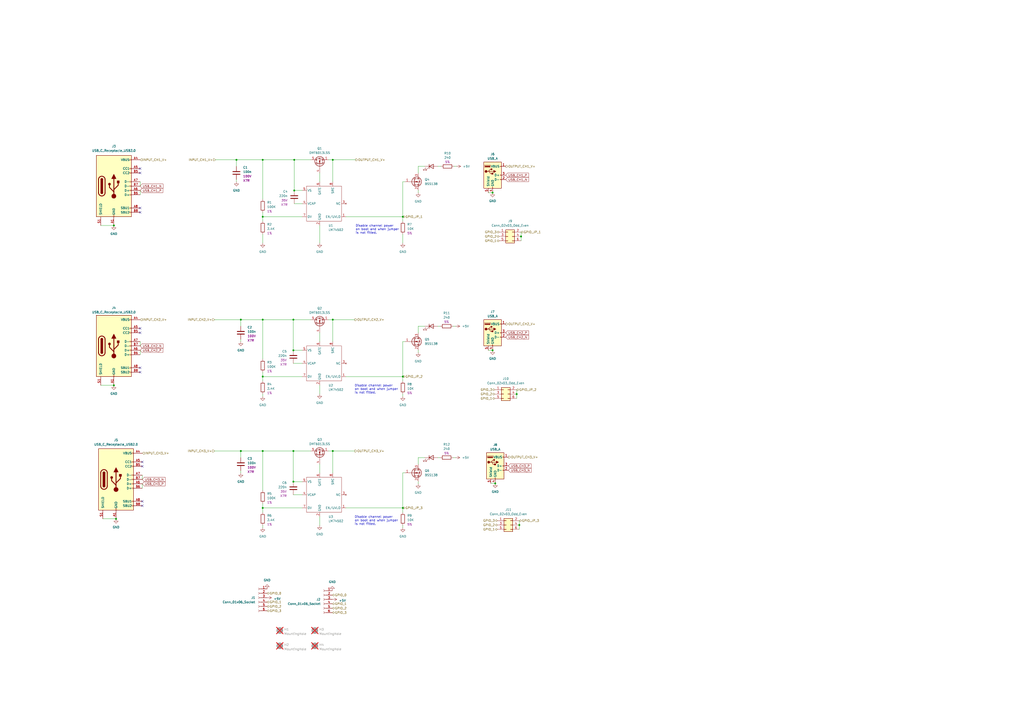
<source format=kicad_sch>
(kicad_sch (version 20250114) (generator "eeschema") (generator_version "9.0")
  (paper "A2")
  (lib_symbols
    (symbol "usb2-extension:+5V" (power) (pin_names (offset 0))
      (property "Value" "+5V" (at 0 3.556 0))
      (symbol "+5V_0_1"
        (polyline (pts (xy -0.762 1.27) (xy 0 2.54)))
        (polyline (pts (xy 0 2.54) (xy 0.762 1.27)))
        (polyline (pts (xy 0 0) (xy 0 2.54)))
      )
      (symbol "+5V_1_1"
        (pin power_in line (at 0 0 90) (length 0) (hide yes) (name "+5V") (number "1"))
      )
    )
    (symbol "usb2-extension:BSS138" (pin_names (hide yes))
      (property "Reference" "Q" (at 5.08 1.905 0))
      (property "Value" "BSS138" (at 5.08 0 0))
      (symbol "BSS138_0_1"
        (polyline (pts (xy 0.254 1.905) (xy 0.254 -1.905)) (stroke (width 0.254)))
        (polyline (pts (xy 0.254 0) (xy -2.54 0)))
        (polyline (pts (xy 0.762 2.286) (xy 0.762 1.27)) (stroke (width 0.254)))
        (polyline (pts (xy 0.762 0.508) (xy 0.762 -0.508)) (stroke (width 0.254)))
        (polyline (pts (xy 0.762 -1.27) (xy 0.762 -2.286)) (stroke (width 0.254)))
        (polyline (pts (xy 0.762 -1.778) (xy 3.302 -1.778) (xy 3.302 1.778) (xy 0.762 1.778)))
        (polyline (pts (xy 1.016 0) (xy 2.032 0.381) (xy 2.032 -0.381) (xy 1.016 0)) (fill (type outline)))
        (circle (center 1.651 0) (radius 2.794) (stroke (width 0.254)))
        (polyline (pts (xy 2.54 2.54) (xy 2.54 1.778)))
        (circle (center 2.54 1.778) (radius 0.254) (fill (type outline)))
        (circle (center 2.54 -1.778) (radius 0.254) (fill (type outline)))
        (polyline (pts (xy 2.54 -2.54) (xy 2.54 0) (xy 0.762 0)))
        (polyline (pts (xy 2.794 0.508) (xy 2.921 0.381) (xy 3.683 0.381) (xy 3.81 0.254)))
        (polyline (pts (xy 3.302 0.381) (xy 2.921 -0.254) (xy 3.683 -0.254) (xy 3.302 0.381)))
      )
      (symbol "BSS138_1_1"
        (pin input line (at -5.08 0 0) (length 2.54) (name "G") (number "1"))
        (pin passive line (at 2.54 5.08 270) (length 2.54) (name "D") (number "3"))
        (pin passive line (at 2.54 -5.08 90) (length 2.54) (name "S") (number "2"))
      )
    )
    (symbol "usb2-extension:BUK7M27-80EX_1" (pin_names (hide yes))
      (property "Reference" "Q1" (at 10.16 0 90))
      (property "Value" "BUK7M27-80EX" (at 7.62 0 90))
      (symbol "BUK7M27-80EX_1_0_1"
        (polyline (pts (xy 0.254 1.905) (xy 0.254 -1.905)) (stroke (width 0.254)))
        (polyline (pts (xy 0.254 0) (xy -2.54 0)))
        (polyline (pts (xy 0.762 2.286) (xy 0.762 1.27)) (stroke (width 0.254)))
        (polyline (pts (xy 0.762 0.508) (xy 0.762 -0.508)) (stroke (width 0.254)))
        (polyline (pts (xy 0.762 -1.27) (xy 0.762 -2.286)) (stroke (width 0.254)))
        (polyline (pts (xy 0.762 -1.778) (xy 3.302 -1.778) (xy 3.302 1.778) (xy 0.762 1.778)))
        (polyline (pts (xy 1.016 0) (xy 2.032 0.381) (xy 2.032 -0.381) (xy 1.016 0)) (fill (type outline)))
        (circle (center 1.651 0) (radius 2.794) (stroke (width 0.254)))
        (polyline (pts (xy 2.54 2.54) (xy 2.54 1.778)))
        (circle (center 2.54 1.778) (radius 0.254) (fill (type outline)))
        (circle (center 2.54 -1.778) (radius 0.254) (fill (type outline)))
        (polyline (pts (xy 2.54 -2.54) (xy 2.54 0) (xy 0.762 0)))
        (polyline (pts (xy 2.794 0.508) (xy 2.921 0.381) (xy 3.683 0.381) (xy 3.81 0.254)))
        (polyline (pts (xy 3.302 0.381) (xy 2.921 -0.254) (xy 3.683 -0.254) (xy 3.302 0.381)))
      )
      (symbol "BUK7M27-80EX_1_1_1"
        (pin passive line (at -5.08 0 0) (length 2.54) (name "G") (number "4"))
        (pin passive line (at 2.54 5.08 270) (length 2.54) (name "D") (number "5"))
        (pin passive line (at 2.54 5.08 270) (length 2.54) (hide yes) (name "6") (number "6"))
        (pin passive line (at 2.54 5.08 270) (length 2.54) (hide yes) (name "7") (number "7"))
        (pin passive line (at 2.54 5.08 270) (length 2.54) (hide yes) (name "8") (number "8"))
        (pin passive line (at 2.54 -5.08 90) (length 2.54) (name "S") (number "1"))
        (pin passive line (at 2.54 -5.08 90) (length 2.54) (hide yes) (name "S") (number "2"))
        (pin passive line (at 2.54 -5.08 90) (length 2.54) (hide yes) (name "S") (number "3"))
      )
    )
    (symbol "usb2-extension:C" (pin_numbers (hide yes)) (pin_names (offset 0.254))
      (property "Reference" "C" (at 0.635 2.54 0))
      (property "Value" "C" (at 0.635 -2.54 0))
      (symbol "C_0_1"
        (polyline (pts (xy -2.032 0.762) (xy 2.032 0.762)) (stroke (width 0.508)))
        (polyline (pts (xy -2.032 -0.762) (xy 2.032 -0.762)) (stroke (width 0.508)))
      )
      (symbol "C_1_1"
        (pin passive line (at 0 3.81 270) (length 2.794) (name "~") (number "1"))
        (pin passive line (at 0 -3.81 90) (length 2.794) (name "~") (number "2"))
      )
    )
    (symbol "usb2-extension:Conn_01x06_Socket" (pin_names (offset 1.016) (hide yes))
      (property "Reference" "J" (at 0 7.62 0))
      (property "Value" "Conn_01x06_Socket" (at 0 -10.16 0))
      (symbol "Conn_01x06_Socket_1_1"
        (polyline (pts (xy -1.27 5.08) (xy -0.508 5.08)) (stroke (width 0.1524)))
        (polyline (pts (xy -1.27 2.54) (xy -0.508 2.54)) (stroke (width 0.1524)))
        (polyline (pts (xy -1.27 0) (xy -0.508 0)) (stroke (width 0.1524)))
        (polyline (pts (xy -1.27 -2.54) (xy -0.508 -2.54)) (stroke (width 0.1524)))
        (polyline (pts (xy -1.27 -5.08) (xy -0.508 -5.08)) (stroke (width 0.1524)))
        (polyline (pts (xy -1.27 -7.62) (xy -0.508 -7.62)) (stroke (width 0.1524)))
        (arc (start 0 4.572) (mid -0.5058 5.08) (end 0 5.588) (stroke (width 0.1524)))
        (arc (start 0 2.032) (mid -0.5058 2.54) (end 0 3.048) (stroke (width 0.1524)))
        (arc (start 0 -0.508) (mid -0.5058 0) (end 0 0.508) (stroke (width 0.1524)))
        (arc (start 0 -3.048) (mid -0.5058 -2.54) (end 0 -2.032) (stroke (width 0.1524)))
        (arc (start 0 -5.588) (mid -0.5058 -5.08) (end 0 -4.572) (stroke (width 0.1524)))
        (arc (start 0 -8.128) (mid -0.5058 -7.62) (end 0 -7.112) (stroke (width 0.1524)))
        (pin passive line (at -5.08 5.08 0) (length 3.81) (name "Pin_1") (number "1"))
        (pin passive line (at -5.08 2.54 0) (length 3.81) (name "Pin_2") (number "2"))
        (pin passive line (at -5.08 0 0) (length 3.81) (name "Pin_3") (number "3"))
        (pin passive line (at -5.08 -2.54 0) (length 3.81) (name "Pin_4") (number "4"))
        (pin passive line (at -5.08 -5.08 0) (length 3.81) (name "Pin_5") (number "5"))
        (pin passive line (at -5.08 -7.62 0) (length 3.81) (name "Pin_6") (number "6"))
      )
    )
    (symbol "usb2-extension:Conn_02x03_Odd_Even" (pin_names (offset 1.016) (hide yes))
      (property "Reference" "J" (at 1.27 5.08 0))
      (property "Value" "Conn_02x03_Odd_Even" (at 1.27 -5.08 0))
      (symbol "Conn_02x03_Odd_Even_1_1"
        (rectangle (start -1.27 3.81) (end 3.81 -3.81) (stroke (width 0.254)) (fill (type background)))
        (rectangle (start -1.27 2.667) (end 0 2.413) (stroke (width 0.1524)))
        (rectangle (start -1.27 0.127) (end 0 -0.127) (stroke (width 0.1524)))
        (rectangle (start -1.27 -2.413) (end 0 -2.667) (stroke (width 0.1524)))
        (rectangle (start 3.81 2.667) (end 2.54 2.413) (stroke (width 0.1524)))
        (rectangle (start 3.81 0.127) (end 2.54 -0.127) (stroke (width 0.1524)))
        (rectangle (start 3.81 -2.413) (end 2.54 -2.667) (stroke (width 0.1524)))
        (pin passive line (at -5.08 2.54 0) (length 3.81) (name "Pin_1") (number "1"))
        (pin passive line (at -5.08 0 0) (length 3.81) (name "Pin_3") (number "3"))
        (pin passive line (at -5.08 -2.54 0) (length 3.81) (name "Pin_5") (number "5"))
        (pin passive line (at 7.62 2.54 180) (length 3.81) (name "Pin_2") (number "2"))
        (pin passive line (at 7.62 0 180) (length 3.81) (name "Pin_4") (number "4"))
        (pin passive line (at 7.62 -2.54 180) (length 3.81) (name "Pin_6") (number "6"))
      )
    )
    (symbol "usb2-extension:GND" (power) (pin_names (offset 0))
      (property "Value" "GND" (at 0 -3.81 0))
      (symbol "GND_0_1"
        (polyline (pts (xy 0 0) (xy 0 -1.27) (xy 1.27 -1.27) (xy 0 -2.54) (xy -1.27 -1.27) (xy 0 -1.27)))
      )
      (symbol "GND_1_1"
        (pin power_in line (at 0 0 270) (length 0) (hide yes) (name "GND") (number "1"))
      )
    )
    (symbol "usb2-extension:LED" (pin_numbers (hide yes)) (pin_names (offset 1.016) (hide yes))
      (property "Reference" "D" (at 0 2.54 0))
      (property "Value" "LED" (at 0 -2.54 0))
      (symbol "LED_0_1"
        (polyline (pts (xy -3.048 -0.762) (xy -4.572 -2.286) (xy -3.81 -2.286) (xy -4.572 -2.286) (xy -4.572 -1.524)))
        (polyline (pts (xy -1.778 -0.762) (xy -3.302 -2.286) (xy -2.54 -2.286) (xy -3.302 -2.286) (xy -3.302 -1.524)))
        (polyline (pts (xy -1.27 0) (xy 1.27 0)))
        (polyline (pts (xy -1.27 -1.27) (xy -1.27 1.27)) (stroke (width 0.254)))
        (polyline (pts (xy 1.27 -1.27) (xy 1.27 1.27) (xy -1.27 0) (xy 1.27 -1.27)) (stroke (width 0.254)))
      )
      (symbol "LED_1_1"
        (pin passive line (at -3.81 0 0) (length 2.54) (name "K") (number "1"))
        (pin passive line (at 3.81 0 180) (length 2.54) (name "A") (number "2"))
      )
    )
    (symbol "usb2-extension:LM74502"
      (property "Reference" "U" (at 1.27 -12.7 0))
      (property "Value" "LM74502" (at 5.08 -15.24 0))
      (symbol "LM74502_0_1"
        (rectangle (start -10.16 10.16) (end 10.16 -10.16))
      )
      (symbol "LM74502_1_1"
        (pin passive line (at -12.7 7.62 0) (length 2.54) (name "VS") (number "5"))
        (pin passive line (at -12.7 0 0) (length 2.54) (name "VCAP") (number "4"))
        (pin passive line (at -12.7 -7.62 0) (length 2.54) (name "OV") (number "7"))
        (pin passive line (at -2.54 12.7 270) (length 2.54) (name "GATE") (number "6"))
        (pin power_in line (at -2.54 -12.7 90) (length 2.54) (name "GND") (number "2"))
        (pin passive line (at 5.08 12.7 270) (length 2.54) (name "SRC") (number "8"))
        (pin no_connect line (at 12.7 0 180) (length 2.54) (name "NC") (number "3"))
        (pin input line (at 12.7 -7.62 180) (length 2.54) (name "EN/UVLO") (number "1"))
      )
    )
    (symbol "usb2-extension:MountingHole" (pin_names (offset 1.016))
      (property "Reference" "H" (at 0 5.08 0))
      (property "Value" "MountingHole" (at 0 3.175 0))
      (symbol "MountingHole_0_1"
        (circle (center 0 0) (radius 1.27) (stroke (width 1.27)))
      )
    )
    (symbol "usb2-extension:R" (pin_numbers (hide yes)) (pin_names (offset 0))
      (property "Reference" "R" (at 2.032 0 90))
      (property "Value" "R" (at 0 0 90))
      (symbol "R_0_1"
        (rectangle (start -1.016 -2.54) (end 1.016 2.54) (stroke (width 0.254)))
      )
      (symbol "R_1_1"
        (pin passive line (at 0 3.81 270) (length 1.27) (name "~") (number "1"))
        (pin passive line (at 0 -3.81 90) (length 1.27) (name "~") (number "2"))
      )
    )
    (symbol "usb2-extension:USB_A" (pin_names (offset 1.016))
      (property "Reference" "J" (at -5.08 11.43 0))
      (property "Value" "USB_A" (at -5.08 8.89 0))
      (symbol "USB_A_0_1"
        (rectangle (start -5.08 -7.62) (end 5.08 7.62) (stroke (width 0.254)) (fill (type background)))
        (circle (center -3.81 2.159) (radius 0.635) (stroke (width 0.254)) (fill (type outline)))
        (polyline (pts (xy -3.175 2.159) (xy -2.54 2.159) (xy -1.27 3.429) (xy -0.635 3.429)) (stroke (width 0.254)))
        (polyline (pts (xy -2.54 2.159) (xy -1.905 2.159) (xy -1.27 0.889) (xy 0 0.889)) (stroke (width 0.254)))
        (rectangle (start -1.524 4.826) (end -4.318 5.334) (fill (type outline)))
        (rectangle (start -1.27 4.572) (end -4.572 5.842))
        (circle (center -0.635 3.429) (radius 0.381) (stroke (width 0.254)) (fill (type outline)))
        (rectangle (start -0.127 -7.62) (end 0.127 -6.858))
        (rectangle (start 0.254 1.27) (end -0.508 0.508) (stroke (width 0.254)) (fill (type outline)))
        (polyline (pts (xy 0.635 2.794) (xy 0.635 1.524) (xy 1.905 2.159) (xy 0.635 2.794)) (stroke (width 0.254)) (fill (type outline)))
        (rectangle (start 5.08 4.953) (end 4.318 5.207))
        (rectangle (start 5.08 -0.127) (end 4.318 0.127))
        (rectangle (start 5.08 -2.667) (end 4.318 -2.413))
      )
      (symbol "USB_A_1_1"
        (polyline (pts (xy -1.905 2.159) (xy 0.635 2.159)) (stroke (width 0.254)))
        (pin passive line (at -2.54 -10.16 90) (length 2.54) (name "Shield") (number "5"))
        (pin power_in line (at 0 -10.16 90) (length 2.54) (name "GND") (number "4"))
        (pin power_in line (at 7.62 5.08 180) (length 2.54) (name "VBUS") (number "1"))
        (pin bidirectional line (at 7.62 0 180) (length 2.54) (name "D+") (number "3"))
        (pin bidirectional line (at 7.62 -2.54 180) (length 2.54) (name "D-") (number "2"))
      )
    )
    (symbol "usb2-extension:USB_C_Receptacle_USB2.0" (pin_names (offset 1.016))
      (property "Reference" "J" (at -10.16 19.05 0))
      (property "Value" "USB_C_Receptacle_USB2.0" (at 19.05 19.05 0))
      (symbol "USB_C_Receptacle_USB2.0_0_0"
        (rectangle (start -0.254 -17.78) (end 0.254 -16.764))
        (rectangle (start 10.16 15.494) (end 9.144 14.986))
        (rectangle (start 10.16 10.414) (end 9.144 9.906))
        (rectangle (start 10.16 7.874) (end 9.144 7.366))
        (rectangle (start 10.16 2.794) (end 9.144 2.286))
        (rectangle (start 10.16 0.254) (end 9.144 -0.254))
        (rectangle (start 10.16 -2.286) (end 9.144 -2.794))
        (rectangle (start 10.16 -4.826) (end 9.144 -5.334))
        (rectangle (start 10.16 -12.446) (end 9.144 -12.954))
        (rectangle (start 10.16 -14.986) (end 9.144 -15.494))
      )
      (symbol "USB_C_Receptacle_USB2.0_0_1"
        (rectangle (start -10.16 17.78) (end 10.16 -17.78) (stroke (width 0.254)) (fill (type background)))
        (polyline (pts (xy -8.89 -3.81) (xy -8.89 3.81)) (stroke (width 0.508)))
        (rectangle (start -7.62 -3.81) (end -6.35 3.81) (stroke (width 0.254)) (fill (type outline)))
        (arc (start -7.62 3.81) (mid -6.985 4.4423) (end -6.35 3.81) (stroke (width 0.254)))
        (arc (start -7.62 3.81) (mid -6.985 4.4423) (end -6.35 3.81) (stroke (width 0.254)) (fill (type outline)))
        (arc (start -8.89 3.81) (mid -6.985 5.7067) (end -5.08 3.81) (stroke (width 0.508)))
        (arc (start -5.08 -3.81) (mid -6.985 -5.7067) (end -8.89 -3.81) (stroke (width 0.508)))
        (arc (start -6.35 -3.81) (mid -6.985 -4.4423) (end -7.62 -3.81) (stroke (width 0.254)))
        (arc (start -6.35 -3.81) (mid -6.985 -4.4423) (end -7.62 -3.81) (stroke (width 0.254)) (fill (type outline)))
        (polyline (pts (xy -5.08 3.81) (xy -5.08 -3.81)) (stroke (width 0.508)))
        (circle (center -2.54 1.143) (radius 0.635) (stroke (width 0.254)) (fill (type outline)))
        (polyline (pts (xy -1.27 4.318) (xy 0 6.858) (xy 1.27 4.318) (xy -1.27 4.318)) (stroke (width 0.254)) (fill (type outline)))
        (polyline (pts (xy 0 -2.032) (xy 2.54 0.508) (xy 2.54 1.778)) (stroke (width 0.508)))
        (polyline (pts (xy 0 -3.302) (xy -2.54 -0.762) (xy -2.54 0.508)) (stroke (width 0.508)))
        (polyline (pts (xy 0 -5.842) (xy 0 4.318)) (stroke (width 0.508)))
        (circle (center 0 -5.842) (radius 1.27) (fill (type outline)))
        (rectangle (start 1.905 1.778) (end 3.175 3.048) (stroke (width 0.254)) (fill (type outline)))
      )
      (symbol "USB_C_Receptacle_USB2.0_1_1"
        (pin passive line (at -7.62 -22.86 90) (length 5.08) (name "SHIELD") (number "S1"))
        (pin passive line (at 0 -22.86 90) (length 5.08) (name "GND") (number "A1"))
        (pin passive line (at 0 -22.86 90) (length 5.08) (hide yes) (name "GND") (number "A12"))
        (pin passive line (at 0 -22.86 90) (length 5.08) (hide yes) (name "GND") (number "B1"))
        (pin passive line (at 0 -22.86 90) (length 5.08) (hide yes) (name "GND") (number "B12"))
        (pin passive line (at 15.24 15.24 180) (length 5.08) (name "VBUS") (number "A4"))
        (pin passive line (at 15.24 15.24 180) (length 5.08) (hide yes) (name "VBUS") (number "A9"))
        (pin passive line (at 15.24 15.24 180) (length 5.08) (hide yes) (name "VBUS") (number "B4"))
        (pin passive line (at 15.24 15.24 180) (length 5.08) (hide yes) (name "VBUS") (number "B9"))
        (pin bidirectional line (at 15.24 10.16 180) (length 5.08) (name "CC1") (number "A5"))
        (pin bidirectional line (at 15.24 7.62 180) (length 5.08) (name "CC2") (number "B5"))
        (pin bidirectional line (at 15.24 2.54 180) (length 5.08) (name "D-") (number "A7"))
        (pin bidirectional line (at 15.24 0 180) (length 5.08) (name "D-") (number "B7"))
        (pin bidirectional line (at 15.24 -2.54 180) (length 5.08) (name "D+") (number "A6"))
        (pin bidirectional line (at 15.24 -5.08 180) (length 5.08) (name "D+") (number "B6"))
        (pin bidirectional line (at 15.24 -12.7 180) (length 5.08) (name "SBU1") (number "A8"))
        (pin bidirectional line (at 15.24 -15.24 180) (length 5.08) (name "SBU2") (number "B8"))
      )
    )
  )
  (text "Disable channel power\non boot and when jumper\nis not fitted." (at 206.248 135.89 0) (effects (font (size 1.27 1.27)) (justify left bottom)))
  (text "Disable channel power\non boot and when jumper\nis not fitted." (at 205.74 304.8 0) (effects (font (size 1.27 1.27)) (justify left bottom)))
  (text "Disable channel power\non boot and when jumper\nis not fitted." (at 205.74 228.6 0) (effects (font (size 1.27 1.27)) (justify left bottom)))
  (junction (at 152.4 294.64))
  (junction (at 299.72 228.6))
  (junction (at 170.18 185.42))
  (junction (at 193.04 261.62))
  (junction (at 170.18 261.62))
  (junction (at 152.4 185.42))
  (junction (at 66.04 130.81))
  (junction (at 285.75 203.2))
  (junction (at 285.75 111.76))
  (junction (at 170.688 110.49))
  (junction (at 233.68 218.44))
  (junction (at 152.4 218.44))
  (junction (at 137.16 92.71))
  (junction (at 152.4 261.62))
  (junction (at 152.4 125.73))
  (junction (at 233.68 294.64))
  (junction (at 66.04 223.52))
  (junction (at 139.7 261.62))
  (junction (at 170.18 203.2))
  (junction (at 233.68 125.73))
  (junction (at 193.04 92.71))
  (junction (at 287.274 280.416))
  (junction (at 193.04 185.42))
  (junction (at 302.26 137.16))
  (junction (at 67.31 300.99))
  (junction (at 152.4 92.71))
  (junction (at 139.7 185.42))
  (junction (at 170.18 279.4))
  (junction (at 170.688 92.71))
  (junction (at 301.244 304.546))
  (no_connect (at 81.28 215.9))
  (no_connect (at 81.28 190.5))
  (no_connect (at 81.28 193.04))
  (no_connect (at 82.55 293.37))
  (no_connect (at 81.28 213.36))
  (no_connect (at 81.28 120.65))
  (no_connect (at 82.55 267.97))
  (no_connect (at 82.55 270.51))
  (no_connect (at 81.28 97.79))
  (no_connect (at 82.55 290.83))
  (no_connect (at 81.28 100.33))
  (no_connect (at 81.28 123.19))
  (wire (pts (xy 152.4 140.97) (xy 152.4 135.89)))
  (wire (pts (xy 200.66 218.44) (xy 233.68 218.44)))
  (wire (pts (xy 152.4 218.44) (xy 175.26 218.44)))
  (wire (pts (xy 242.57 110.49) (xy 242.57 111.76)))
  (wire (pts (xy 200.66 125.73) (xy 233.68 125.73)))
  (wire (pts (xy 124.46 185.42) (xy 139.7 185.42)))
  (wire (pts (xy 152.4 125.73) (xy 175.26 125.73)))
  (wire (pts (xy 233.68 274.32) (xy 233.68 294.64)))
  (wire (pts (xy 301.244 302.006) (xy 301.244 304.546)))
  (wire (pts (xy 233.68 220.98) (xy 233.68 218.44)))
  (wire (pts (xy 254 189.23) (xy 255.27 189.23)))
  (wire (pts (xy 234.95 105.41) (xy 233.68 105.41)))
  (wire (pts (xy 139.7 261.62) (xy 152.4 261.62)))
  (wire (pts (xy 234.95 274.32) (xy 233.68 274.32)))
  (wire (pts (xy 233.68 198.12) (xy 233.68 218.44)))
  (wire (pts (xy 262.89 265.43) (xy 264.16 265.43)))
  (wire (pts (xy 170.18 279.4) (xy 175.26 279.4)))
  (wire (pts (xy 193.04 92.71) (xy 193.04 105.41)))
  (wire (pts (xy 81.28 110.49) (xy 81.28 113.03)))
  (wire (pts (xy 301.244 304.546) (xy 301.244 307.086)))
  (wire (pts (xy 193.04 185.42) (xy 205.74 185.42)))
  (wire (pts (xy 124.46 261.62) (xy 139.7 261.62)))
  (wire (pts (xy 82.55 275.59) (xy 82.55 278.13)))
  (wire (pts (xy 137.16 92.71) (xy 137.16 96.52)))
  (wire (pts (xy 152.4 261.62) (xy 170.18 261.62)))
  (wire (pts (xy 152.4 294.64) (xy 152.4 297.18)))
  (wire (pts (xy 242.57 96.52) (xy 246.38 96.52)))
  (wire (pts (xy 58.42 223.52) (xy 66.04 223.52)))
  (wire (pts (xy 152.4 218.44) (xy 152.4 220.98)))
  (wire (pts (xy 242.57 203.2) (xy 242.57 204.47)))
  (wire (pts (xy 81.28 105.41) (xy 81.28 107.95)))
  (wire (pts (xy 170.18 185.42) (xy 170.18 203.2)))
  (wire (pts (xy 233.68 304.8) (xy 233.68 306.07)))
  (wire (pts (xy 124.968 92.71) (xy 137.16 92.71)))
  (wire (pts (xy 185.42 299.72) (xy 185.42 304.8)))
  (wire (pts (xy 190.5 92.71) (xy 193.04 92.71)))
  (wire (pts (xy 233.68 140.97) (xy 233.68 135.89)))
  (wire (pts (xy 170.18 261.62) (xy 170.18 279.4)))
  (wire (pts (xy 283.21 203.2) (xy 285.75 203.2)))
  (wire (pts (xy 284.734 280.416) (xy 287.274 280.416)))
  (wire (pts (xy 58.42 130.81) (xy 66.04 130.81)))
  (wire (pts (xy 152.4 294.64) (xy 175.26 294.64)))
  (wire (pts (xy 185.42 100.33) (xy 185.42 105.41)))
  (wire (pts (xy 193.04 261.62) (xy 205.74 261.62)))
  (wire (pts (xy 185.42 223.52) (xy 185.42 228.6)))
  (wire (pts (xy 152.4 185.42) (xy 152.4 208.28)))
  (wire (pts (xy 193.04 261.62) (xy 193.04 274.32)))
  (wire (pts (xy 152.4 228.6) (xy 152.4 229.87)))
  (wire (pts (xy 152.4 261.62) (xy 152.4 284.48)))
  (wire (pts (xy 170.18 261.62) (xy 180.34 261.62)))
  (wire (pts (xy 242.57 279.4) (xy 242.57 280.67)))
  (wire (pts (xy 193.04 185.42) (xy 193.04 198.12)))
  (wire (pts (xy 233.68 228.6) (xy 233.68 229.87)))
  (wire (pts (xy 81.28 198.12) (xy 81.28 200.66)))
  (wire (pts (xy 299.72 228.6) (xy 299.72 231.14)))
  (wire (pts (xy 234.95 198.12) (xy 233.68 198.12)))
  (wire (pts (xy 170.688 92.71) (xy 170.688 110.49)))
  (wire (pts (xy 81.28 203.2) (xy 81.28 205.74)))
  (wire (pts (xy 170.18 203.2) (xy 175.26 203.2)))
  (wire (pts (xy 170.18 210.82) (xy 175.26 210.82)))
  (wire (pts (xy 152.4 185.42) (xy 170.18 185.42)))
  (wire (pts (xy 170.688 110.49) (xy 175.26 110.49)))
  (wire (pts (xy 254 265.43) (xy 255.27 265.43)))
  (wire (pts (xy 299.72 226.06) (xy 299.72 228.6)))
  (wire (pts (xy 137.16 92.71) (xy 152.4 92.71)))
  (wire (pts (xy 152.4 123.19) (xy 152.4 125.73)))
  (wire (pts (xy 185.42 269.24) (xy 185.42 274.32)))
  (wire (pts (xy 185.42 130.81) (xy 185.42 140.97)))
  (wire (pts (xy 263.398 96.52) (xy 264.668 96.52)))
  (wire (pts (xy 190.5 185.42) (xy 193.04 185.42)))
  (wire (pts (xy 170.688 118.11) (xy 175.26 118.11)))
  (wire (pts (xy 170.688 92.71) (xy 180.34 92.71)))
  (wire (pts (xy 139.7 273.05) (xy 139.7 274.32)))
  (wire (pts (xy 302.26 134.62) (xy 302.26 137.16)))
  (wire (pts (xy 190.5 261.62) (xy 193.04 261.62)))
  (wire (pts (xy 233.68 105.41) (xy 233.68 125.73)))
  (wire (pts (xy 152.4 92.71) (xy 152.4 115.57)))
  (wire (pts (xy 152.4 125.73) (xy 152.4 128.27)))
  (wire (pts (xy 242.57 193.04) (xy 242.57 189.23)))
  (wire (pts (xy 185.42 193.04) (xy 185.42 198.12)))
  (wire (pts (xy 242.57 189.23) (xy 246.38 189.23)))
  (wire (pts (xy 233.68 128.27) (xy 233.68 125.73)))
  (wire (pts (xy 200.66 294.64) (xy 233.68 294.64)))
  (wire (pts (xy 152.4 92.71) (xy 170.688 92.71)))
  (wire (pts (xy 139.7 185.42) (xy 139.7 189.23)))
  (wire (pts (xy 152.4 292.1) (xy 152.4 294.64)))
  (wire (pts (xy 233.68 297.18) (xy 233.68 294.64)))
  (wire (pts (xy 137.16 104.14) (xy 137.16 105.41)))
  (wire (pts (xy 262.89 189.23) (xy 264.16 189.23)))
  (wire (pts (xy 242.57 100.33) (xy 242.57 96.52)))
  (wire (pts (xy 82.55 280.67) (xy 82.55 283.21)))
  (wire (pts (xy 139.7 261.62) (xy 139.7 265.43)))
  (wire (pts (xy 242.57 265.43) (xy 246.38 265.43)))
  (wire (pts (xy 152.4 304.8) (xy 152.4 306.07)))
  (wire (pts (xy 302.26 137.16) (xy 302.26 139.7)))
  (wire (pts (xy 139.7 196.85) (xy 139.7 198.12)))
  (wire (pts (xy 193.04 92.71) (xy 206.248 92.71)))
  (wire (pts (xy 170.18 185.42) (xy 180.34 185.42)))
  (wire (pts (xy 283.21 111.76) (xy 285.75 111.76)))
  (wire (pts (xy 59.69 300.99) (xy 67.31 300.99)))
  (wire (pts (xy 242.57 269.24) (xy 242.57 265.43)))
  (wire (pts (xy 254 96.52) (xy 255.778 96.52)))
  (wire (pts (xy 152.4 215.9) (xy 152.4 218.44)))
  (wire (pts (xy 139.7 185.42) (xy 152.4 185.42)))
  (wire (pts (xy 170.18 287.02) (xy 175.26 287.02)))
  (global_label "USB_CH3_N" (shape input) (at 294.894 272.796 0) (property "Intersheetrefs" "${INTERSHEET_REFS}" (effects (hide yes))))
  (global_label "USB_CH1_N" (shape input) (at 293.37 104.14 0) (property "Intersheetrefs" "${INTERSHEET_REFS}" (effects (hide yes))))
  (global_label "USB_CH1_P" (shape input) (at 293.37 101.6 0) (property "Intersheetrefs" "${INTERSHEET_REFS}" (effects (hide yes))))
  (global_label "USB_CH1_N" (shape input) (at 81.28 107.95 0) (property "Intersheetrefs" "${INTERSHEET_REFS}" (effects (hide yes))))
  (global_label "USB_CH3_P" (shape input) (at 294.894 270.256 0) (property "Intersheetrefs" "${INTERSHEET_REFS}" (effects (hide yes))))
  (global_label "USB_CH2_P" (shape input) (at 293.37 193.04 0) (property "Intersheetrefs" "${INTERSHEET_REFS}" (effects (hide yes))))
  (global_label "USB_CH2_P" (shape input) (at 81.28 203.2 0) (property "Intersheetrefs" "${INTERSHEET_REFS}" (effects (hide yes))))
  (global_label "USB_CH3_N" (shape input) (at 82.55 278.13 0) (property "Intersheetrefs" "${INTERSHEET_REFS}" (effects (hide yes))))
  (global_label "USB_CH2_N" (shape input) (at 81.28 200.66 0) (property "Intersheetrefs" "${INTERSHEET_REFS}" (effects (hide yes))))
  (global_label "USB_CH1_P" (shape input) (at 81.28 110.49 0) (property "Intersheetrefs" "${INTERSHEET_REFS}" (effects (hide yes))))
  (global_label "USB_CH2_N" (shape input) (at 293.37 195.58 0) (property "Intersheetrefs" "${INTERSHEET_REFS}" (effects (hide yes))))
  (global_label "USB_CH3_P" (shape input) (at 82.55 280.67 0) (property "Intersheetrefs" "${INTERSHEET_REFS}" (effects (hide yes))))
  (hierarchical_label "OUTPUT_CH1_V+" (shape output) (at 206.248 92.71 0))
  (hierarchical_label "GPIO_1" (shape bidirectional) (at 192.786 350.266 0))
  (hierarchical_label "INPUT_CH1_V+" (shape input) (at 124.968 92.71 180))
  (hierarchical_label "GPIO_2" (shape bidirectional) (at 192.786 352.806 0))
  (hierarchical_label "GPIO_1" (shape bidirectional) (at 288.544 307.086 180))
  (hierarchical_label "GPIO_0" (shape bidirectional) (at 192.786 345.186 0))
  (hierarchical_label "GPIO_1" (shape bidirectional) (at 154.94 349.25 0))
  (hierarchical_label "GPIO_2" (shape bidirectional) (at 289.56 137.16 180))
  (hierarchical_label "INPUT_CH2_V+" (shape input) (at 124.46 185.42 180))
  (hierarchical_label "GPIO_2" (shape bidirectional) (at 288.544 304.546 180))
  (hierarchical_label "GPIO_3" (shape bidirectional) (at 289.56 134.62 180))
  (hierarchical_label "OUTPUT_CH3_V+" (shape output) (at 205.74 261.62 0))
  (hierarchical_label "GPIO_JP_1" (shape bidirectional) (at 233.68 125.73 0))
  (hierarchical_label "OUTPUT_CH1_V+" (shape output) (at 293.37 96.52 0))
  (hierarchical_label "GPIO_JP_3" (shape bidirectional) (at 301.244 302.006 0))
  (hierarchical_label "INPUT_CH1_V+" (shape input) (at 81.28 92.71 0))
  (hierarchical_label "OUTPUT_CH2_V+" (shape output) (at 205.74 185.42 0))
  (hierarchical_label "OUTPUT_CH2_V+" (shape output) (at 293.37 187.96 0))
  (hierarchical_label "INPUT_CH3_V+" (shape input) (at 124.46 261.62 180))
  (hierarchical_label "GPIO_3" (shape bidirectional) (at 154.94 354.33 0))
  (hierarchical_label "GPIO_0" (shape bidirectional) (at 154.94 344.17 0))
  (hierarchical_label "GPIO_JP_2" (shape bidirectional) (at 233.68 218.44 0))
  (hierarchical_label "OUTPUT_CH3_V+" (shape output) (at 294.894 265.176 0))
  (hierarchical_label "GPIO_JP_2" (shape bidirectional) (at 299.72 226.06 0))
  (hierarchical_label "GPIO_1" (shape bidirectional) (at 289.56 139.7 180))
  (hierarchical_label "GPIO_JP_1" (shape bidirectional) (at 302.26 134.62 0))
  (hierarchical_label "GPIO_1" (shape bidirectional) (at 287.02 231.14 180))
  (hierarchical_label "GPIO_3" (shape bidirectional) (at 287.02 226.06 180))
  (hierarchical_label "GPIO_2" (shape bidirectional) (at 287.02 228.6 180))
  (hierarchical_label "GPIO_2" (shape bidirectional) (at 154.94 351.79 0))
  (hierarchical_label "GPIO_JP_3" (shape bidirectional) (at 233.68 294.64 0))
  (hierarchical_label "GPIO_3" (shape bidirectional) (at 192.786 355.346 0))
  (hierarchical_label "INPUT_CH3_V+" (shape input) (at 82.55 262.89 0))
  (hierarchical_label "GPIO_3" (shape bidirectional) (at 288.544 302.006 180))
  (hierarchical_label "INPUT_CH2_V+" (shape input) (at 81.28 185.42 0))
  (symbol (lib_id "usb2-extension:GND") (at 233.68 306.07 0) (unit 1)
    (property "Reference" "#PWR017" (effects (hide yes)))
    (property "Value" "GND" (at 233.68 311.15 0))
  )
  (symbol (lib_id "usb2-extension:BSS138") (at 240.03 274.32 0) (unit 1)
    (property "Reference" "Q6" (at 246.38 273.0499 0) (effects (justify left)))
    (property "Value" "BSS138" (at 246.38 275.5899 0) (effects (justify left)))
    (property "Footprint" "usb2-extension:SOT-23" (effects (hide yes)))
    (property "Datasheet" "https://www.onsemi.com/pub/Collateral/BSS138-D.PDF" (effects (hide yes)))
    (property "PartNumber" "BSS138P,215" (effects (hide yes)))
    (property "AISLER_MPN" "BSS138P,215" (effects (hide yes)))
  )
  (symbol (lib_id "usb2-extension:GND") (at 154.94 341.63 180) (unit 1)
    (property "Reference" "#PWR01" (effects (hide yes)))
    (property "Value" "GND" (at 154.94 336.55 0))
  )
  (symbol (lib_id "usb2-extension:LED") (at 250.19 265.43 0) (unit 1)
    (property "Reference" "D3" (effects (hide yes)))
    (property "Value" "POWER_SWITCH" (effects (hide yes)))
    (property "Footprint" "usb2-extension:LED_0805_2012Metric" (effects (hide yes)))
    (property "PartNumber" "150080SS75000" (effects (hide yes)))
    (property "AISLER_MPN" "150080SS75000" (effects (hide yes)))
  )
  (symbol (lib_id "usb2-extension:Conn_01x06_Socket") (at 187.706 347.726 0) (mirror y) (unit 1)
    (property "Reference" "J2" (at 185.928 347.726 0) (effects (justify left)))
    (property "Value" "Conn_01x06_Socket" (at 185.928 350.266 0) (effects (justify left)))
    (property "Footprint" "usb2-extension:PinSocket_1x06_P2.54mm_Vertical_SMD_Pin1Right" (effects (hide yes)))
  )
  (symbol (lib_id "usb2-extension:LM74502") (at 187.96 118.11 0) (unit 1)
    (property "Reference" "U1" (at 190.5 130.81 0) (effects (justify left)))
    (property "Value" "LM74502" (at 190.5 133.35 0) (effects (justify left)))
    (property "Footprint" "usb2-extension:SOT-23-8" (effects (hide yes)))
    (property "PartNumber" "LM74502DDFR" (effects (hide yes)))
    (property "AISLER_MPN" "LM74502DDFR" (effects (hide yes)))
  )
  (symbol (lib_id "usb2-extension:R") (at 152.4 212.09 0) (unit 1)
    (property "Reference" "R3" (at 154.94 210.185 0) (effects (justify left)))
    (property "Value" "100K" (at 154.94 212.725 0) (effects (justify left)))
    (property "Footprint" "usb2-extension:R_0805_2012Metric" (effects (hide yes)))
    (property "PartNumber" "RMCF0805FT100K" (effects (hide yes)))
    (property "Value2" "1%" (at 154.94 215.265 0) (effects (justify left)))
    (property "AISLER_MPN" "100K 1% 0805" (effects (hide yes)))
  )
  (symbol (lib_id "usb2-extension:GND") (at 185.42 140.97 0) (unit 1)
    (property "Reference" "#PWR011" (effects (hide yes)))
    (property "Value" "GND" (at 185.42 146.05 0))
  )
  (symbol (lib_id "usb2-extension:BUK7M27-80EX_1") (at 185.42 187.96 90) (unit 1)
    (property "Reference" "Q2" (at 185.42 178.816 90))
    (property "Value" "DMT6013LSS" (at 185.42 181.356 90))
    (property "Footprint" "usb2-extension:SO-8_3.9x4.9mm_P1.27mm" (effects (hide yes)))
    (property "Datasheet" "https://www.mouser.bg/datasheet/2/115/diodes_inc_diod-s-a0007740297-1-1749125.pdf" (effects (hide yes)))
    (property "PartNumber" "DMT6013LSS" (effects (hide yes)))
    (property "AISLER_MPN" "DMT6013LSS" (effects (hide yes)))
    (property "URL" "https://www.mouser.bg/ProductDetail/Diodes-Incorporated/DMT6013LSS-13?qs=gZXFycFWdANFoYJxw%252BbZCA%3D%3D" (effects (hide yes)))
    (property "REPLACEMENT" "https://www.mouser.bg/ProductDetail/Vishay-Siliconix/Si4190BDY-T1-GE3?qs=9vOqFld9vZUcw9iA22peIA%3D%3D" (effects (hide yes)))
    (property "REPL-val" "Si4190BDY-T1-GE3" (effects (hide yes)))
  )
  (symbol (lib_id "usb2-extension:R") (at 233.68 132.08 0) (unit 1)
    (property "Reference" "R7" (at 236.22 130.175 0) (effects (justify left)))
    (property "Value" "10K" (at 236.22 132.715 0) (effects (justify left)))
    (property "Footprint" "usb2-extension:R_0603_1608Metric" (effects (hide yes)))
    (property "PartNumber" "RNCP0603FTD10K0" (effects (hide yes)))
    (property "Value2" "5%" (at 236.22 135.255 0) (effects (justify left)))
    (property "AISLER_MPN" "10K 1% 0603" (effects (hide yes)))
  )
  (symbol (lib_id "usb2-extension:+5V") (at 264.16 189.23 270) (unit 1)
    (property "Reference" "#PWR022" (effects (hide yes)))
    (property "Value" "+5V" (at 267.97 189.2299 90) (effects (justify left)))
  )
  (symbol (lib_id "usb2-extension:GND") (at 242.57 204.47 0) (unit 1)
    (property "Reference" "#PWR019" (effects (hide yes)))
    (property "Value" "GND" (at 242.57 209.55 0))
  )
  (symbol (lib_id "usb2-extension:Conn_01x06_Socket") (at 149.86 346.71 0) (mirror y) (unit 1)
    (property "Reference" "J1" (at 148.082 346.71 0) (effects (justify left)))
    (property "Value" "Conn_01x06_Socket" (at 148.082 349.25 0) (effects (justify left)))
    (property "Footprint" "usb2-extension:PinHeader_1x06_P2.54mm_Vertical_SMD_Pin1Right" (effects (hide yes)))
  )
  (symbol (lib_id "usb2-extension:R") (at 233.68 300.99 0) (unit 1)
    (property "Reference" "R9" (at 236.22 299.085 0) (effects (justify left)))
    (property "Value" "10K" (at 236.22 301.625 0) (effects (justify left)))
    (property "Footprint" "usb2-extension:R_0603_1608Metric" (effects (hide yes)))
    (property "PartNumber" "RNCP0603FTD10K0" (effects (hide yes)))
    (property "Value2" "5%" (at 236.22 304.165 0) (effects (justify left)))
    (property "AISLER_MPN" "10K 1% 0603" (effects (hide yes)))
  )
  (symbol (lib_id "usb2-extension:R") (at 259.08 265.43 90) (unit 1)
    (property "Reference" "R12" (at 259.08 257.81 90))
    (property "Value" "240" (at 259.08 260.35 90))
    (property "Footprint" "usb2-extension:R_1206_3216Metric" (effects (hide yes)))
    (property "PartNumber" "RC1206JR-07240RL" (effects (hide yes)))
    (property "Value2" "5%" (at 259.08 262.89 90))
    (property "AISLER_MPN" "240 5% 1206" (effects (hide yes)))
  )
  (symbol (lib_id "usb2-extension:+5V") (at 154.94 346.71 270) (unit 1)
    (property "Reference" "#PWR02" (effects (hide yes)))
    (property "Value" "+5V" (at 158.75 347.345 90) (effects (justify left)))
  )
  (symbol (lib_id "usb2-extension:+5V") (at 264.16 265.43 270) (unit 1)
    (property "Reference" "#PWR023" (effects (hide yes)))
    (property "Value" "+5V" (at 267.97 265.4299 90) (effects (justify left)))
  )
  (symbol (lib_id "usb2-extension:R") (at 152.4 288.29 0) (unit 1)
    (property "Reference" "R5" (at 154.94 286.385 0) (effects (justify left)))
    (property "Value" "100K" (at 154.94 288.925 0) (effects (justify left)))
    (property "Footprint" "usb2-extension:R_0805_2012Metric" (effects (hide yes)))
    (property "PartNumber" "RMCF0805FT100K" (effects (hide yes)))
    (property "Value2" "1%" (at 154.94 291.465 0) (effects (justify left)))
    (property "AISLER_MPN" "100K 1% 0805" (effects (hide yes)))
  )
  (symbol (lib_id "usb2-extension:C") (at 170.688 114.3 0) (unit 1)
    (property "Reference" "C4" (at 166.878 111.125 0) (effects (justify right)))
    (property "Value" "220n" (at 166.878 113.665 0) (effects (justify right)))
    (property "Footprint" "usb2-extension:C_0805_2012Metric" (effects (hide yes)))
    (property "PartNumber" "CL21B224KBFNNNE" (effects (hide yes)))
    (property "Value2" "35V" (at 166.878 116.205 0) (effects (justify right)))
    (property "Value3" "X7R" (at 166.878 118.745 0) (effects (justify right)))
    (property "AISLER_MPN" "220n 35V X7R 0805" (effects (hide yes)))
  )
  (symbol (lib_id "usb2-extension:USB_A") (at 285.75 193.04 0) (unit 1)
    (property "Reference" "J7" (at 285.75 180.848 0))
    (property "Value" "USB_A" (at 285.75 183.388 0))
    (property "Footprint" "usb2-extension:USB_A_Wuerth_614004134726_Horizontal" (effects (hide yes)))
    (property "Datasheet" " ~" (effects (hide yes)))
  )
  (symbol (lib_id "usb2-extension:GND") (at 185.42 228.6 0) (unit 1)
    (property "Reference" "#PWR012" (effects (hide yes)))
    (property "Value" "GND" (at 185.42 233.68 0))
  )
  (symbol (lib_id "usb2-extension:GND") (at 152.4 306.07 0) (unit 1)
    (property "Reference" "#PWR010" (effects (hide yes)))
    (property "Value" "GND" (at 152.4 311.15 0))
  )
  (symbol (lib_id "usb2-extension:BSS138") (at 240.03 105.41 0) (unit 1)
    (property "Reference" "Q4" (at 246.38 104.1399 0) (effects (justify left)))
    (property "Value" "BSS138" (at 246.38 106.6799 0) (effects (justify left)))
    (property "Footprint" "usb2-extension:SOT-23" (effects (hide yes)))
    (property "Datasheet" "https://www.onsemi.com/pub/Collateral/BSS138-D.PDF" (effects (hide yes)))
    (property "PartNumber" "BSS138P,215" (effects (hide yes)))
    (property "AISLER_MPN" "BSS138P,215" (effects (hide yes)))
  )
  (symbol (lib_id "usb2-extension:C") (at 139.7 269.24 0) (unit 1)
    (property "Reference" "C3" (at 143.51 266.065 0) (effects (justify left)))
    (property "Value" "100n" (at 143.51 268.605 0) (effects (justify left)))
    (property "Footprint" "usb2-extension:C_0805_2012Metric" (effects (hide yes)))
    (property "PartNumber" "CL21B104KCFNNNE" (effects (hide yes)))
    (property "Value2" "100V" (at 143.51 271.145 0) (effects (justify left)))
    (property "Value3" "X7R" (at 143.51 273.685 0) (effects (justify left)))
    (property "AISLER_MPN" "100n 100V X7R 0805" (effects (hide yes)))
  )
  (symbol (lib_id "usb2-extension:GND") (at 66.04 223.52 0) (unit 1)
    (property "Reference" "#PWR025" (effects (hide yes)))
    (property "Value" "GND" (at 66.04 228.346 0))
  )
  (symbol (lib_id "usb2-extension:+5V") (at 192.786 347.726 270) (unit 1)
    (property "Reference" "#PWR04" (effects (hide yes)))
    (property "Value" "+5V" (at 196.596 348.361 90) (effects (justify left)))
  )
  (symbol (lib_id "usb2-extension:GND") (at 242.57 111.76 0) (unit 1)
    (property "Reference" "#PWR018" (effects (hide yes)))
    (property "Value" "GND" (at 242.57 116.84 0))
  )
  (symbol (lib_id "usb2-extension:USB_C_Receptacle_USB2.0") (at 66.04 200.66 0) (unit 1)
    (property "Reference" "J4" (at 66.04 178.562 0))
    (property "Value" "USB_C_Receptacle_USB2.0" (at 66.04 181.102 0))
    (property "Footprint" "usb2-extension:USB_C_Receptacle_GCT_USB4085" (effects (hide yes)))
    (property "Datasheet" "https://www.usb.org/sites/default/files/documents/usb_type-c.zip" (effects (hide yes)))
  )
  (symbol (lib_id "usb2-extension:C") (at 139.7 193.04 0) (unit 1)
    (property "Reference" "C2" (at 143.51 189.865 0) (effects (justify left)))
    (property "Value" "100n" (at 143.51 192.405 0) (effects (justify left)))
    (property "Footprint" "usb2-extension:C_0805_2012Metric" (effects (hide yes)))
    (property "PartNumber" "CL21B104KCFNNNE" (effects (hide yes)))
    (property "Value2" "100V" (at 143.51 194.945 0) (effects (justify left)))
    (property "Value3" "X7R" (at 143.51 197.485 0) (effects (justify left)))
    (property "AISLER_MPN" "100n 100V X7R 0805" (effects (hide yes)))
  )
  (symbol (lib_id "usb2-extension:GND") (at 152.4 140.97 0) (unit 1)
    (property "Reference" "#PWR8" (effects (hide yes)))
    (property "Value" "GND" (at 152.4 146.05 0))
  )
  (symbol (lib_id "usb2-extension:R") (at 152.4 132.08 0) (unit 1)
    (property "Reference" "R2" (at 154.94 130.175 0) (effects (justify left)))
    (property "Value" "2.4K" (at 154.94 132.715 0) (effects (justify left)))
    (property "Footprint" "usb2-extension:R_0805_2012Metric" (effects (hide yes)))
    (property "PartNumber" "RC0805FR-072K4L" (effects (hide yes)))
    (property "Value2" "1%" (at 154.94 135.255 0) (effects (justify left)))
    (property "AISLER_MPN" "2.4K 1% 0805" (effects (hide yes)))
  )
  (symbol (lib_id "usb2-extension:C") (at 170.18 207.01 0) (unit 1)
    (property "Reference" "C5" (at 166.37 203.835 0) (effects (justify right)))
    (property "Value" "220n" (at 166.37 206.375 0) (effects (justify right)))
    (property "Footprint" "usb2-extension:C_0805_2012Metric" (effects (hide yes)))
    (property "PartNumber" "CL21B224KBFNNNE" (effects (hide yes)))
    (property "Value2" "35V" (at 166.37 208.915 0) (effects (justify right)))
    (property "Value3" "X7R" (at 166.37 211.455 0) (effects (justify right)))
    (property "AISLER_MPN" "220n 35V X7R 0805" (effects (hide yes)))
  )
  (symbol (lib_id "usb2-extension:C") (at 170.18 283.21 0) (unit 1)
    (property "Reference" "C6" (at 166.37 280.035 0) (effects (justify right)))
    (property "Value" "220n" (at 166.37 282.575 0) (effects (justify right)))
    (property "Footprint" "usb2-extension:C_0805_2012Metric" (effects (hide yes)))
    (property "PartNumber" "CL21B224KBFNNNE" (effects (hide yes)))
    (property "Value2" "35V" (at 166.37 285.115 0) (effects (justify right)))
    (property "Value3" "X7R" (at 166.37 287.655 0) (effects (justify right)))
    (property "AISLER_MPN" "220n 35V X7R 0805" (effects (hide yes)))
  )
  (symbol (lib_id "usb2-extension:R") (at 152.4 300.99 0) (unit 1)
    (property "Reference" "R6" (at 154.94 299.085 0) (effects (justify left)))
    (property "Value" "2.4K" (at 154.94 301.625 0) (effects (justify left)))
    (property "Footprint" "usb2-extension:R_0805_2012Metric" (effects (hide yes)))
    (property "PartNumber" "RC0805FR-072K4L" (effects (hide yes)))
    (property "Value2" "1%" (at 154.94 304.165 0) (effects (justify left)))
    (property "AISLER_MPN" "2.4K 1% 0805" (effects (hide yes)))
  )
  (symbol (lib_id "usb2-extension:R") (at 259.08 189.23 90) (unit 1)
    (property "Reference" "R11" (at 259.08 181.61 90))
    (property "Value" "240" (at 259.08 184.15 90))
    (property "Footprint" "usb2-extension:R_1206_3216Metric" (effects (hide yes)))
    (property "PartNumber" "RC1206JR-07240RL" (effects (hide yes)))
    (property "Value2" "5%" (at 259.08 186.69 90))
    (property "AISLER_MPN" "240 5% 1206" (effects (hide yes)))
  )
  (symbol (lib_id "usb2-extension:R") (at 259.588 96.52 90) (unit 1)
    (property "Reference" "R10" (at 259.588 88.9 90))
    (property "Value" "240" (at 259.588 91.44 90))
    (property "Footprint" "usb2-extension:R_1206_3216Metric" (effects (hide yes)))
    (property "PartNumber" "RC1206JR-07240RL" (effects (hide yes)))
    (property "Value2" "5%" (at 259.588 93.98 90))
    (property "AISLER_MPN" "240 5% 1206" (effects (hide yes)))
  )
  (symbol (lib_id "usb2-extension:LM74502") (at 187.96 210.82 0) (unit 1)
    (property "Reference" "U2" (at 190.5 223.52 0) (effects (justify left)))
    (property "Value" "LM74502" (at 190.5 226.06 0) (effects (justify left)))
    (property "Footprint" "usb2-extension:SOT-23-8" (effects (hide yes)))
    (property "PartNumber" "LM74502DDFR" (effects (hide yes)))
    (property "AISLER_MPN" "LM74502DDFR" (effects (hide yes)))
  )
  (symbol (lib_id "usb2-extension:MountingHole") (at 162.306 365.76 0) (unit 1) (in_bom no) (dnp yes)
    (property "Reference" "H1" (at 164.846 365.125 0) (effects (justify left)))
    (property "Value" "MountingHole" (at 164.846 367.665 0) (effects (justify left)))
    (property "Footprint" "usb2-extension:MountingHole_2.7mm" (effects (hide yes)))
  )
  (symbol (lib_id "usb2-extension:+5V") (at 264.668 96.52 270) (unit 1)
    (property "Reference" "#PWR021" (effects (hide yes)))
    (property "Value" "+5V" (at 268.478 96.5199 90) (effects (justify left)))
  )
  (symbol (lib_id "usb2-extension:Conn_02x03_Odd_Even") (at 292.1 228.6 0) (unit 1)
    (property "Reference" "J10" (at 293.37 219.71 0))
    (property "Value" "Conn_02x03_Odd_Even" (at 293.37 222.25 0))
    (property "Footprint" "usb2-extension:PinHeader_2x03_P2.54mm_Vertical" (effects (hide yes)))
    (property "Description" "Generic connector, double row, 02x03, odd/even pin numbering scheme (row 1 odd numbers, row 2 even numbers), script generated (kicad-library-utils/schlib/autogen/connector/)" (effects (hide yes)))
  )
  (symbol (lib_id "usb2-extension:GND") (at 285.75 203.2 0) (unit 1)
    (property "Reference" "#PWR026" (effects (hide yes)))
    (property "Value" "GND" (at 285.75 208.026 0))
  )
  (symbol (lib_id "usb2-extension:GND") (at 233.68 229.87 0) (unit 1)
    (property "Reference" "#PWR016" (effects (hide yes)))
    (property "Value" "GND" (at 233.68 234.95 0))
  )
  (symbol (lib_id "usb2-extension:R") (at 233.68 224.79 0) (unit 1)
    (property "Reference" "R8" (at 236.22 222.885 0) (effects (justify left)))
    (property "Value" "10K" (at 236.22 225.425 0) (effects (justify left)))
    (property "Footprint" "usb2-extension:R_0603_1608Metric" (effects (hide yes)))
    (property "PartNumber" "RNCP0603FTD10K0" (effects (hide yes)))
    (property "Value2" "5%" (at 236.22 227.965 0) (effects (justify left)))
    (property "AISLER_MPN" "10K 1% 0603" (effects (hide yes)))
  )
  (symbol (lib_id "usb2-extension:MountingHole") (at 162.306 374.65 0) (unit 1) (in_bom no) (dnp yes)
    (property "Reference" "H2" (at 164.846 374.015 0) (effects (justify left)))
    (property "Value" "MountingHole" (at 164.846 376.555 0) (effects (justify left)))
    (property "Footprint" "usb2-extension:MountingHole_2.7mm" (effects (hide yes)))
  )
  (symbol (lib_id "usb2-extension:BUK7M27-80EX_1") (at 185.42 264.16 90) (unit 1)
    (property "Reference" "Q3" (at 185.42 255.016 90))
    (property "Value" "DMT6013LSS" (at 185.42 257.556 90))
    (property "Footprint" "usb2-extension:SO-8_3.9x4.9mm_P1.27mm" (effects (hide yes)))
    (property "Datasheet" "https://www.mouser.bg/datasheet/2/115/diodes_inc_diod-s-a0007740297-1-1749125.pdf" (effects (hide yes)))
    (property "PartNumber" "DMT6013LSS" (effects (hide yes)))
    (property "AISLER_MPN" "DMT6013LSS" (effects (hide yes)))
    (property "URL" "https://www.mouser.bg/ProductDetail/Diodes-Incorporated/DMT6013LSS-13?qs=gZXFycFWdANFoYJxw%252BbZCA%3D%3D" (effects (hide yes)))
    (property "REPLACEMENT" "https://www.mouser.bg/ProductDetail/Vishay-Siliconix/Si4190BDY-T1-GE3?qs=9vOqFld9vZUcw9iA22peIA%3D%3D" (effects (hide yes)))
    (property "REPL-val" "Si4190BDY-T1-GE3" (effects (hide yes)))
  )
  (symbol (lib_id "usb2-extension:MountingHole") (at 182.626 365.76 0) (unit 1) (in_bom no) (dnp yes)
    (property "Reference" "H3" (at 185.166 365.125 0) (effects (justify left)))
    (property "Value" "MountingHole" (at 185.166 367.665 0) (effects (justify left)))
    (property "Footprint" "usb2-extension:MountingHole_2.7mm" (effects (hide yes)))
  )
  (symbol (lib_id "usb2-extension:LED") (at 250.19 189.23 0) (unit 1)
    (property "Reference" "D2" (effects (hide yes)))
    (property "Value" "POWER_SWITCH" (effects (hide yes)))
    (property "Footprint" "usb2-extension:LED_0805_2012Metric" (effects (hide yes)))
    (property "PartNumber" "150080SS75000" (effects (hide yes)))
    (property "AISLER_MPN" "150080SS75000" (effects (hide yes)))
  )
  (symbol (lib_id "usb2-extension:GND") (at 66.04 130.81 0) (unit 1)
    (property "Reference" "#PWR024" (effects (hide yes)))
    (property "Value" "GND" (at 66.04 135.636 0))
  )
  (symbol (lib_id "usb2-extension:GND") (at 137.16 105.41 0) (unit 1)
    (property "Reference" "#PWR05" (effects (hide yes)))
    (property "Value" "GND" (at 137.16 110.49 0))
  )
  (symbol (lib_id "usb2-extension:GND") (at 67.31 300.99 0) (unit 1)
    (property "Reference" "#PWR027" (effects (hide yes)))
    (property "Value" "GND" (at 67.31 305.816 0))
  )
  (symbol (lib_id "usb2-extension:GND") (at 287.274 280.416 0) (unit 1)
    (property "Reference" "#PWR028" (effects (hide yes)))
    (property "Value" "GND" (at 287.274 285.242 0))
  )
  (symbol (lib_id "usb2-extension:Conn_02x03_Odd_Even") (at 294.64 137.16 0) (unit 1)
    (property "Reference" "J9" (at 295.91 128.27 0))
    (property "Value" "Conn_02x03_Odd_Even" (at 295.91 130.81 0))
    (property "Footprint" "usb2-extension:PinHeader_2x03_P2.54mm_Vertical" (effects (hide yes)))
    (property "Description" "Generic connector, double row, 02x03, odd/even pin numbering scheme (row 1 odd numbers, row 2 even numbers), script generated (kicad-library-utils/schlib/autogen/connector/)" (effects (hide yes)))
  )
  (symbol (lib_id "usb2-extension:LED") (at 250.19 96.52 0) (unit 1)
    (property "Reference" "D1" (effects (hide yes)))
    (property "Value" "POWER_SWITCH" (effects (hide yes)))
    (property "Footprint" "usb2-extension:LED_0805_2012Metric" (effects (hide yes)))
    (property "PartNumber" "150080SS75000" (effects (hide yes)))
    (property "AISLER_MPN" "150080SS75000" (effects (hide yes)))
  )
  (symbol (lib_id "usb2-extension:USB_A") (at 285.75 101.6 0) (unit 1)
    (property "Reference" "J6" (at 285.75 89.408 0))
    (property "Value" "USB_A" (at 285.75 91.948 0))
    (property "Footprint" "usb2-extension:USB_A_Wuerth_614004134726_Horizontal" (effects (hide yes)))
    (property "Datasheet" " ~" (effects (hide yes)))
  )
  (symbol (lib_id "usb2-extension:GND") (at 285.75 111.76 0) (unit 1)
    (property "Reference" "#PWR014" (effects (hide yes)))
    (property "Value" "GND" (at 285.75 116.586 0))
  )
  (symbol (lib_id "usb2-extension:R") (at 152.4 224.79 0) (unit 1)
    (property "Reference" "R4" (at 154.94 222.885 0) (effects (justify left)))
    (property "Value" "2.4K" (at 154.94 225.425 0) (effects (justify left)))
    (property "Footprint" "usb2-extension:R_0805_2012Metric" (effects (hide yes)))
    (property "PartNumber" "RC0805FR-072K4L" (effects (hide yes)))
    (property "Value2" "1%" (at 154.94 227.965 0) (effects (justify left)))
    (property "AISLER_MPN" "2.4K 1% 0805" (effects (hide yes)))
  )
  (symbol (lib_id "usb2-extension:GND") (at 139.7 198.12 0) (unit 1)
    (property "Reference" "#PWR06" (effects (hide yes)))
    (property "Value" "GND" (at 139.7 203.2 0))
  )
  (symbol (lib_id "usb2-extension:GND") (at 152.4 229.87 0) (unit 1)
    (property "Reference" "#PWR09" (effects (hide yes)))
    (property "Value" "GND" (at 152.4 234.95 0))
  )
  (symbol (lib_id "usb2-extension:Conn_02x03_Odd_Even") (at 293.624 304.546 0) (unit 1)
    (property "Reference" "J11" (at 294.894 295.656 0))
    (property "Value" "Conn_02x03_Odd_Even" (at 294.894 298.196 0))
    (property "Footprint" "usb2-extension:PinHeader_2x03_P2.54mm_Vertical" (effects (hide yes)))
    (property "Description" "Generic connector, double row, 02x03, odd/even pin numbering scheme (row 1 odd numbers, row 2 even numbers), script generated (kicad-library-utils/schlib/autogen/connector/)" (effects (hide yes)))
  )
  (symbol (lib_id "usb2-extension:C") (at 137.16 100.33 0) (unit 1)
    (property "Reference" "C1" (at 140.97 97.155 0) (effects (justify left)))
    (property "Value" "100n" (at 140.97 99.695 0) (effects (justify left)))
    (property "Footprint" "usb2-extension:C_0805_2012Metric" (effects (hide yes)))
    (property "PartNumber" "CL21B104KCFNNNE" (effects (hide yes)))
    (property "Value2" "100V" (at 140.97 102.235 0) (effects (justify left)))
    (property "Value3" "X7R" (at 140.97 104.775 0) (effects (justify left)))
    (property "AISLER_MPN" "100n 100V X7R 0805" (effects (hide yes)))
  )
  (symbol (lib_id "usb2-extension:R") (at 152.4 119.38 0) (unit 1)
    (property "Reference" "R1" (at 154.94 117.475 0) (effects (justify left)))
    (property "Value" "100K" (at 154.94 120.015 0) (effects (justify left)))
    (property "Footprint" "usb2-extension:R_0805_2012Metric" (effects (hide yes)))
    (property "PartNumber" "RMCF0805FT100K" (effects (hide yes)))
    (property "Value2" "1%" (at 154.94 122.555 0) (effects (justify left)))
    (property "AISLER_MPN" "100K 1% 0805" (effects (hide yes)))
  )
  (symbol (lib_id "usb2-extension:GND") (at 139.7 274.32 0) (unit 1)
    (property "Reference" "#PWR07" (effects (hide yes)))
    (property "Value" "GND" (at 139.7 279.4 0))
  )
  (symbol (lib_id "usb2-extension:GND") (at 233.68 140.97 0) (unit 1)
    (property "Reference" "#PWR15" (effects (hide yes)))
    (property "Value" "GND" (at 233.68 146.05 0))
  )
  (symbol (lib_id "usb2-extension:BSS138") (at 240.03 198.12 0) (unit 1)
    (property "Reference" "Q5" (at 246.38 196.8499 0) (effects (justify left)))
    (property "Value" "BSS138" (at 246.38 199.3899 0) (effects (justify left)))
    (property "Footprint" "usb2-extension:SOT-23" (effects (hide yes)))
    (property "Datasheet" "https://www.onsemi.com/pub/Collateral/BSS138-D.PDF" (effects (hide yes)))
    (property "PartNumber" "BSS138P,215" (effects (hide yes)))
    (property "AISLER_MPN" "BSS138P,215" (effects (hide yes)))
  )
  (symbol (lib_id "usb2-extension:GND") (at 185.42 304.8 0) (unit 1)
    (property "Reference" "#PWR013" (effects (hide yes)))
    (property "Value" "GND" (at 185.42 309.88 0))
  )
  (symbol (lib_id "usb2-extension:BUK7M27-80EX_1") (at 185.42 95.25 90) (unit 1)
    (property "Reference" "Q1" (at 185.42 86.106 90))
    (property "Value" "DMT6013LSS" (at 185.42 88.646 90))
    (property "Footprint" "usb2-extension:SO-8_3.9x4.9mm_P1.27mm" (effects (hide yes)))
    (property "Datasheet" "https://www.mouser.bg/datasheet/2/115/diodes_inc_diod-s-a0007740297-1-1749125.pdf" (effects (hide yes)))
    (property "PartNumber" "DMT6013LSS" (effects (hide yes)))
    (property "AISLER_MPN" "DMT6013LSS" (effects (hide yes)))
    (property "URL" "https://www.mouser.bg/ProductDetail/Diodes-Incorporated/DMT6013LSS-13?qs=gZXFycFWdANFoYJxw%252BbZCA%3D%3D" (effects (hide yes)))
    (property "REPLACEMENT" "https://www.mouser.bg/ProductDetail/Vishay-Siliconix/Si4190BDY-T1-GE3?qs=9vOqFld9vZUcw9iA22peIA%3D%3D" (effects (hide yes)))
    (property "REPL-val" "Si4190BDY-T1-GE3" (effects (hide yes)))
  )
  (symbol (lib_id "usb2-extension:USB_C_Receptacle_USB2.0") (at 66.04 107.95 0) (unit 1)
    (property "Reference" "J3" (at 66.04 84.836 0))
    (property "Value" "USB_C_Receptacle_USB2.0" (at 66.04 87.376 0))
    (property "Footprint" "usb2-extension:USB_C_Receptacle_GCT_USB4085" (effects (hide yes)))
    (property "Datasheet" "https://www.usb.org/sites/default/files/documents/usb_type-c.zip" (effects (hide yes)))
  )
  (symbol (lib_id "usb2-extension:MountingHole") (at 182.626 374.65 0) (unit 1) (in_bom no) (dnp yes)
    (property "Reference" "H4" (at 185.166 374.015 0) (effects (justify left)))
    (property "Value" "MountingHole" (at 185.166 376.555 0) (effects (justify left)))
    (property "Footprint" "usb2-extension:MountingHole_2.7mm" (effects (hide yes)))
  )
  (symbol (lib_id "usb2-extension:USB_C_Receptacle_USB2.0") (at 67.31 278.13 0) (unit 1)
    (property "Reference" "J5" (at 67.31 255.27 0))
    (property "Value" "USB_C_Receptacle_USB2.0" (at 67.31 257.81 0))
    (property "Footprint" "usb2-extension:USB_C_Receptacle_GCT_USB4085" (effects (hide yes)))
    (property "Datasheet" "https://www.usb.org/sites/default/files/documents/usb_type-c.zip" (effects (hide yes)))
  )
  (symbol (lib_id "usb2-extension:USB_A") (at 287.274 270.256 0) (unit 1)
    (property "Reference" "J8" (at 287.274 258.064 0))
    (property "Value" "USB_A" (at 287.274 260.604 0))
    (property "Footprint" "usb2-extension:USB_A_Wuerth_614004134726_Horizontal" (effects (hide yes)))
    (property "Datasheet" " ~" (effects (hide yes)))
  )
  (symbol (lib_id "usb2-extension:GND") (at 242.57 280.67 0) (unit 1)
    (property "Reference" "#PWR020" (effects (hide yes)))
    (property "Value" "GND" (at 242.57 285.75 0))
  )
  (symbol (lib_id "usb2-extension:GND") (at 192.786 342.646 180) (unit 1)
    (property "Reference" "#PWR03" (effects (hide yes)))
    (property "Value" "GND" (at 192.786 337.566 0))
  )
  (symbol (lib_id "usb2-extension:LM74502") (at 187.96 287.02 0) (unit 1)
    (property "Reference" "U3" (at 190.5 299.72 0) (effects (justify left)))
    (property "Value" "LM74502" (at 190.5 302.26 0) (effects (justify left)))
    (property "Footprint" "usb2-extension:SOT-23-8" (effects (hide yes)))
    (property "PartNumber" "LM74502DDFR" (effects (hide yes)))
    (property "AISLER_MPN" "LM74502DDFR" (effects (hide yes)))
  )
)
</source>
